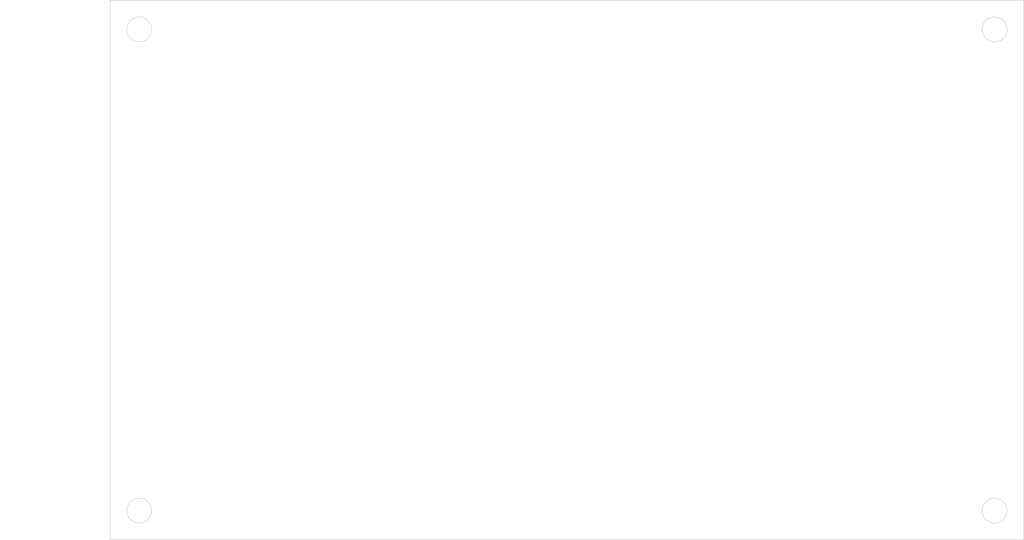
<source format=kicad_pcb>
(kicad_pcb (version 20221018) (generator pcbnew)

  (general
    (thickness 1.6)
  )

  (paper "A4")
  (title_block
    (title "ESP32 Relay Controller (Concept)")
    (date "Generated via kicad-cli")
    (comment 1 "Auto-generated placement and keep-out guide")
  )

  (layers
    (0 "F.Cu" signal)
    (31 "B.Cu" signal)
    (32 "B.Adhes" user "B.Adhesive")
    (33 "F.Adhes" user "F.Adhesive")
    (34 "B.Paste" user)
    (35 "F.Paste" user)
    (36 "B.SilkS" user "B.Silkscreen")
    (37 "F.SilkS" user "F.Silkscreen")
    (38 "B.Mask" user)
    (39 "F.Mask" user)
    (40 "Dwgs.User" user "User.Drawings")
    (41 "Cmts.User" user "User.Comments")
    (42 "Eco1.User" user "User.Eco1")
    (43 "Eco2.User" user "User.Eco2")
    (44 "Edge.Cuts" user)
    (45 "Margin" user)
    (46 "B.CrtYd" user "B.Courtyard")
    (47 "F.CrtYd" user "F.Courtyard")
    (48 "B.Fab" user)
    (49 "F.Fab" user)
    (50 "User.1" user)
    (51 "User.2" user)
    (52 "User.3" user)
    (53 "User.4" user)
    (54 "User.5" user)
    (55 "User.6" user)
    (56 "User.7" user)
    (57 "User.8" user)
    (58 "User.9" user)
  )

  (setup
    (pad_to_mask_clearance 0)
    (pcbplotparams
      (layerselection 0x00010fc_ffffffff)
      (plot_on_all_layers_selection 0x0000000_00000000)
      (disableapertmacros false)
      (usegerberextensions false)
      (usegerberattributes true)
      (usegerberadvancedattributes true)
      (creategerberjobfile true)
      (dashed_line_dash_ratio 12.000000)
      (dashed_line_gap_ratio 3.000000)
      (svgprecision 4)
      (plotframeref false)
      (viasonmask false)
      (mode 1)
      (useauxorigin false)
      (hpglpennumber 1)
      (hpglpenspeed 20)
      (hpglpendiameter 15.000000)
      (dxfpolygonmode true)
      (dxfimperialunits true)
      (dxfusepcbnewfont true)
      (psnegative false)
      (psa4output false)
      (plotreference true)
      (plotvalue true)
      (plotinvisibletext false)
      (sketchpadsonfab false)
      (subtractmaskfromsilk false)
      (outputformat 1)
      (mirror false)
      (drillshape 1)
      (scaleselection 1)
      (outputdirectory "")
    )
  )

  (net 0 "")

  (gr_line (start 120 5) (end 120 125)
    (stroke (width 0.2) (type default)) (layer "Cmts.User") (tstamp 04fac708-9a57-49ad-ac57-f6fc6e213b7e))
  (gr_rect (start 15 115) (end 95 125)
    (stroke (width 0.1) (type default)) (fill none) (layer "Cmts.User") (tstamp 34dbdd91-0ff3-4f51-85bc-d4d1a75a026a))
  (gr_rect (start 5 70) (end 110 120)
    (stroke (width 0.12) (type default)) (fill none) (layer "Cmts.User") (tstamp 80344ae8-8c72-43ab-bfd9-ba3bdbeb9f74))
  (gr_rect (start 125 5) (end 215 125)
    (stroke (width 0.12) (type default)) (fill none) (layer "Cmts.User") (tstamp 916fd21f-2bb0-41e2-9a6b-0b09680b7352))
  (gr_rect (start 135 115) (end 205 125)
    (stroke (width 0.1) (type default)) (fill none) (layer "Cmts.User") (tstamp 9646ebd7-959f-48ea-99c0-cb38a611aeaf))
  (gr_rect (start 5 5) (end 110 65)
    (stroke (width 0.12) (type default)) (fill none) (layer "Cmts.User") (tstamp b4529cf8-0347-4742-b223-7b4f9b62fdf5))
  (gr_rect (start 125 5) (end 215 125)
    (stroke (width 0.15) (type default)) (fill none) (layer "Cmts.User") (tstamp be9253dc-cc2a-4f7a-9705-650cf2ba6c44))
  (gr_circle (center 213 7) (end 216 7)
    (stroke (width 0.15) (type default)) (fill none) (layer "Edge.Cuts") (tstamp 2544638f-56ba-430b-a264-f92f538b4c9a))
  (gr_circle (center 213 123) (end 216 123)
    (stroke (width 0.15) (type default)) (fill none) (layer "Edge.Cuts") (tstamp 334017a6-1e2d-4ed7-9ed9-2b6d569042e4))
  (gr_circle (center 7 7) (end 10 7)
    (stroke (width 0.15) (type default)) (fill none) (layer "Edge.Cuts") (tstamp 807e33d1-7a13-49eb-8231-5b3d45104fe4))
  (gr_circle (center 7 123) (end 10 123)
    (stroke (width 0.15) (type default)) (fill none) (layer "Edge.Cuts") (tstamp b00a42d1-2d28-4419-b296-59d2bfc9feb6))
  (gr_rect (start 0 0) (end 220 130)
    (stroke (width 0.15) (type default)) (fill none) (layer "Edge.Cuts") (tstamp b945ba35-b4dd-4cd0-8785-e9ab4bd24a39))
  (gr_text "Power Entry / DC-DC / Servo PWM" (at 15 95) (layer "Cmts.User") (tstamp 425eb137-84dd-423d-891b-6e8b8ea714b0)
    (effects (font (size 3 3) (thickness 0.4)))
  )
  (gr_text "ESP32 + 3\" Touch Display" (at 15 30) (layer "Cmts.User") (tstamp 5f14a3eb-c405-4f6d-af0c-c808b36bd386)
    (effects (font (size 3 3) (thickness 0.4)))
  )
  (gr_text "Relay Output Terminal Blocks" (at 138 120) (layer "Cmts.User") (tstamp 6d0a2bfe-8e4a-42b6-8703-736025519319)
    (effects (font (size 2.5 2.5) (thickness 0.4)))
  )
  (gr_text "GPIO / I2C Expansion Headers" (at 20 120) (layer "Cmts.User") (tstamp 6ea6c26e-5bfc-4af0-963a-964c54b2ad0a)
    (effects (font (size 2.5 2.5) (thickness 0.4)))
  )
  (gr_text "16x Relays (230VAC)" (at 145 30) (layer "Cmts.User") (tstamp b48423df-0c4f-4168-8f34-6a0479902883)
    (effects (font (size 3 3) (thickness 0.4)))
  )
  (gr_text "High Voltage Keep-out" (at 120 65) (layer "Cmts.User") (tstamp f0772973-cb1b-4612-a3fe-59d3d49f4e74)
    (effects (font (size 2.5 2.5) (thickness 0.4)))
  )

)

</source>
